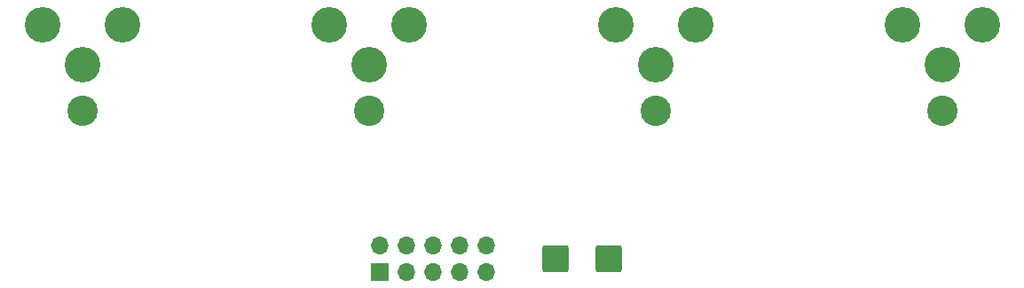
<source format=gbr>
%TF.GenerationSoftware,KiCad,Pcbnew,7.0.6*%
%TF.CreationDate,2023-11-23T12:55:46+01:00*%
%TF.ProjectId,xlrmale,786c726d-616c-4652-9e6b-696361645f70,1*%
%TF.SameCoordinates,Original*%
%TF.FileFunction,Soldermask,Bot*%
%TF.FilePolarity,Negative*%
%FSLAX46Y46*%
G04 Gerber Fmt 4.6, Leading zero omitted, Abs format (unit mm)*
G04 Created by KiCad (PCBNEW 7.0.6) date 2023-11-23 12:55:46*
%MOMM*%
%LPD*%
G01*
G04 APERTURE LIST*
G04 Aperture macros list*
%AMRoundRect*
0 Rectangle with rounded corners*
0 $1 Rounding radius*
0 $2 $3 $4 $5 $6 $7 $8 $9 X,Y pos of 4 corners*
0 Add a 4 corners polygon primitive as box body*
4,1,4,$2,$3,$4,$5,$6,$7,$8,$9,$2,$3,0*
0 Add four circle primitives for the rounded corners*
1,1,$1+$1,$2,$3*
1,1,$1+$1,$4,$5*
1,1,$1+$1,$6,$7*
1,1,$1+$1,$8,$9*
0 Add four rect primitives between the rounded corners*
20,1,$1+$1,$2,$3,$4,$5,0*
20,1,$1+$1,$4,$5,$6,$7,0*
20,1,$1+$1,$6,$7,$8,$9,0*
20,1,$1+$1,$8,$9,$2,$3,0*%
G04 Aperture macros list end*
%ADD10C,3.400000*%
%ADD11C,2.900000*%
%ADD12RoundRect,0.249999X-1.025001X-1.025001X1.025001X-1.025001X1.025001X1.025001X-1.025001X1.025001X0*%
%ADD13R,1.700000X1.700000*%
%ADD14O,1.700000X1.700000*%
G04 APERTURE END LIST*
D10*
%TO.C,J14*%
X124460000Y-91948000D03*
X132080000Y-91948000D03*
X128270000Y-95758000D03*
D11*
X128270000Y-100203000D03*
%TD*%
D12*
%TO.C,J2*%
X151130000Y-114300000D03*
%TD*%
D10*
%TO.C,J13*%
X97110000Y-91948000D03*
X104730000Y-91948000D03*
X100920000Y-95758000D03*
D11*
X100920000Y-100203000D03*
%TD*%
D13*
%TO.C,J31*%
X129316000Y-115590000D03*
D14*
X129316000Y-113050000D03*
X131856000Y-115590000D03*
X131856000Y-113050000D03*
X134396000Y-115590000D03*
X134396000Y-113050000D03*
X136936000Y-115590000D03*
X136936000Y-113050000D03*
X139476000Y-115590000D03*
X139476000Y-113050000D03*
%TD*%
D12*
%TO.C,J34*%
X146050000Y-114300000D03*
%TD*%
D10*
%TO.C,J16*%
X179160000Y-91948000D03*
X186780000Y-91948000D03*
X182970000Y-95758000D03*
D11*
X182970000Y-100203000D03*
%TD*%
D10*
%TO.C,J15*%
X151810000Y-91948000D03*
X159430000Y-91948000D03*
X155620000Y-95758000D03*
D11*
X155620000Y-100203000D03*
%TD*%
M02*

</source>
